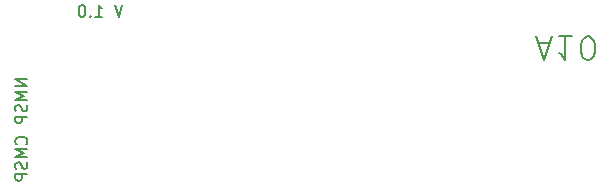
<source format=gbr>
%TF.GenerationSoftware,KiCad,Pcbnew,7.0.9*%
%TF.CreationDate,2023-12-04T06:36:33+10:00*%
%TF.ProjectId,CMSP NMSP,434d5350-204e-44d5-9350-2e6b69636164,rev?*%
%TF.SameCoordinates,Original*%
%TF.FileFunction,Legend,Bot*%
%TF.FilePolarity,Positive*%
%FSLAX46Y46*%
G04 Gerber Fmt 4.6, Leading zero omitted, Abs format (unit mm)*
G04 Created by KiCad (PCBNEW 7.0.9) date 2023-12-04 06:36:33*
%MOMM*%
%LPD*%
G01*
G04 APERTURE LIST*
%ADD10C,0.150000*%
G04 APERTURE END LIST*
D10*
X107311819Y-54692779D02*
X106311819Y-54692779D01*
X106311819Y-54692779D02*
X107311819Y-55264207D01*
X107311819Y-55264207D02*
X106311819Y-55264207D01*
X107311819Y-55740398D02*
X106311819Y-55740398D01*
X106311819Y-55740398D02*
X107026104Y-56073731D01*
X107026104Y-56073731D02*
X106311819Y-56407064D01*
X106311819Y-56407064D02*
X107311819Y-56407064D01*
X107264200Y-56835636D02*
X107311819Y-56978493D01*
X107311819Y-56978493D02*
X107311819Y-57216588D01*
X107311819Y-57216588D02*
X107264200Y-57311826D01*
X107264200Y-57311826D02*
X107216580Y-57359445D01*
X107216580Y-57359445D02*
X107121342Y-57407064D01*
X107121342Y-57407064D02*
X107026104Y-57407064D01*
X107026104Y-57407064D02*
X106930866Y-57359445D01*
X106930866Y-57359445D02*
X106883247Y-57311826D01*
X106883247Y-57311826D02*
X106835628Y-57216588D01*
X106835628Y-57216588D02*
X106788009Y-57026112D01*
X106788009Y-57026112D02*
X106740390Y-56930874D01*
X106740390Y-56930874D02*
X106692771Y-56883255D01*
X106692771Y-56883255D02*
X106597533Y-56835636D01*
X106597533Y-56835636D02*
X106502295Y-56835636D01*
X106502295Y-56835636D02*
X106407057Y-56883255D01*
X106407057Y-56883255D02*
X106359438Y-56930874D01*
X106359438Y-56930874D02*
X106311819Y-57026112D01*
X106311819Y-57026112D02*
X106311819Y-57264207D01*
X106311819Y-57264207D02*
X106359438Y-57407064D01*
X107311819Y-57835636D02*
X106311819Y-57835636D01*
X106311819Y-57835636D02*
X106311819Y-58216588D01*
X106311819Y-58216588D02*
X106359438Y-58311826D01*
X106359438Y-58311826D02*
X106407057Y-58359445D01*
X106407057Y-58359445D02*
X106502295Y-58407064D01*
X106502295Y-58407064D02*
X106645152Y-58407064D01*
X106645152Y-58407064D02*
X106740390Y-58359445D01*
X106740390Y-58359445D02*
X106788009Y-58311826D01*
X106788009Y-58311826D02*
X106835628Y-58216588D01*
X106835628Y-58216588D02*
X106835628Y-57835636D01*
X107216580Y-60168969D02*
X107264200Y-60121350D01*
X107264200Y-60121350D02*
X107311819Y-59978493D01*
X107311819Y-59978493D02*
X107311819Y-59883255D01*
X107311819Y-59883255D02*
X107264200Y-59740398D01*
X107264200Y-59740398D02*
X107168961Y-59645160D01*
X107168961Y-59645160D02*
X107073723Y-59597541D01*
X107073723Y-59597541D02*
X106883247Y-59549922D01*
X106883247Y-59549922D02*
X106740390Y-59549922D01*
X106740390Y-59549922D02*
X106549914Y-59597541D01*
X106549914Y-59597541D02*
X106454676Y-59645160D01*
X106454676Y-59645160D02*
X106359438Y-59740398D01*
X106359438Y-59740398D02*
X106311819Y-59883255D01*
X106311819Y-59883255D02*
X106311819Y-59978493D01*
X106311819Y-59978493D02*
X106359438Y-60121350D01*
X106359438Y-60121350D02*
X106407057Y-60168969D01*
X107311819Y-60597541D02*
X106311819Y-60597541D01*
X106311819Y-60597541D02*
X107026104Y-60930874D01*
X107026104Y-60930874D02*
X106311819Y-61264207D01*
X106311819Y-61264207D02*
X107311819Y-61264207D01*
X107264200Y-61692779D02*
X107311819Y-61835636D01*
X107311819Y-61835636D02*
X107311819Y-62073731D01*
X107311819Y-62073731D02*
X107264200Y-62168969D01*
X107264200Y-62168969D02*
X107216580Y-62216588D01*
X107216580Y-62216588D02*
X107121342Y-62264207D01*
X107121342Y-62264207D02*
X107026104Y-62264207D01*
X107026104Y-62264207D02*
X106930866Y-62216588D01*
X106930866Y-62216588D02*
X106883247Y-62168969D01*
X106883247Y-62168969D02*
X106835628Y-62073731D01*
X106835628Y-62073731D02*
X106788009Y-61883255D01*
X106788009Y-61883255D02*
X106740390Y-61788017D01*
X106740390Y-61788017D02*
X106692771Y-61740398D01*
X106692771Y-61740398D02*
X106597533Y-61692779D01*
X106597533Y-61692779D02*
X106502295Y-61692779D01*
X106502295Y-61692779D02*
X106407057Y-61740398D01*
X106407057Y-61740398D02*
X106359438Y-61788017D01*
X106359438Y-61788017D02*
X106311819Y-61883255D01*
X106311819Y-61883255D02*
X106311819Y-62121350D01*
X106311819Y-62121350D02*
X106359438Y-62264207D01*
X107311819Y-62692779D02*
X106311819Y-62692779D01*
X106311819Y-62692779D02*
X106311819Y-63073731D01*
X106311819Y-63073731D02*
X106359438Y-63168969D01*
X106359438Y-63168969D02*
X106407057Y-63216588D01*
X106407057Y-63216588D02*
X106502295Y-63264207D01*
X106502295Y-63264207D02*
X106645152Y-63264207D01*
X106645152Y-63264207D02*
X106740390Y-63216588D01*
X106740390Y-63216588D02*
X106788009Y-63168969D01*
X106788009Y-63168969D02*
X106835628Y-63073731D01*
X106835628Y-63073731D02*
X106835628Y-62692779D01*
X150593636Y-51623990D02*
X151546017Y-51623990D01*
X150403160Y-51052561D02*
X151069826Y-53052561D01*
X151069826Y-53052561D02*
X151736493Y-51052561D01*
X153450779Y-51052561D02*
X152307922Y-51052561D01*
X152879350Y-51052561D02*
X152879350Y-53052561D01*
X152879350Y-53052561D02*
X152688874Y-52766847D01*
X152688874Y-52766847D02*
X152498398Y-52576371D01*
X152498398Y-52576371D02*
X152307922Y-52481133D01*
X154688874Y-53052561D02*
X154879351Y-53052561D01*
X154879351Y-53052561D02*
X155069827Y-52957323D01*
X155069827Y-52957323D02*
X155165065Y-52862085D01*
X155165065Y-52862085D02*
X155260303Y-52671609D01*
X155260303Y-52671609D02*
X155355541Y-52290657D01*
X155355541Y-52290657D02*
X155355541Y-51814466D01*
X155355541Y-51814466D02*
X155260303Y-51433514D01*
X155260303Y-51433514D02*
X155165065Y-51243038D01*
X155165065Y-51243038D02*
X155069827Y-51147800D01*
X155069827Y-51147800D02*
X154879351Y-51052561D01*
X154879351Y-51052561D02*
X154688874Y-51052561D01*
X154688874Y-51052561D02*
X154498398Y-51147800D01*
X154498398Y-51147800D02*
X154403160Y-51243038D01*
X154403160Y-51243038D02*
X154307922Y-51433514D01*
X154307922Y-51433514D02*
X154212684Y-51814466D01*
X154212684Y-51814466D02*
X154212684Y-52290657D01*
X154212684Y-52290657D02*
X154307922Y-52671609D01*
X154307922Y-52671609D02*
X154403160Y-52862085D01*
X154403160Y-52862085D02*
X154498398Y-52957323D01*
X154498398Y-52957323D02*
X154688874Y-53052561D01*
X115376077Y-48399819D02*
X115042744Y-49399819D01*
X115042744Y-49399819D02*
X114709411Y-48399819D01*
X113090363Y-49399819D02*
X113661791Y-49399819D01*
X113376077Y-49399819D02*
X113376077Y-48399819D01*
X113376077Y-48399819D02*
X113471315Y-48542676D01*
X113471315Y-48542676D02*
X113566553Y-48637914D01*
X113566553Y-48637914D02*
X113661791Y-48685533D01*
X112661791Y-49304580D02*
X112614172Y-49352200D01*
X112614172Y-49352200D02*
X112661791Y-49399819D01*
X112661791Y-49399819D02*
X112709410Y-49352200D01*
X112709410Y-49352200D02*
X112661791Y-49304580D01*
X112661791Y-49304580D02*
X112661791Y-49399819D01*
X111995125Y-48399819D02*
X111899887Y-48399819D01*
X111899887Y-48399819D02*
X111804649Y-48447438D01*
X111804649Y-48447438D02*
X111757030Y-48495057D01*
X111757030Y-48495057D02*
X111709411Y-48590295D01*
X111709411Y-48590295D02*
X111661792Y-48780771D01*
X111661792Y-48780771D02*
X111661792Y-49018866D01*
X111661792Y-49018866D02*
X111709411Y-49209342D01*
X111709411Y-49209342D02*
X111757030Y-49304580D01*
X111757030Y-49304580D02*
X111804649Y-49352200D01*
X111804649Y-49352200D02*
X111899887Y-49399819D01*
X111899887Y-49399819D02*
X111995125Y-49399819D01*
X111995125Y-49399819D02*
X112090363Y-49352200D01*
X112090363Y-49352200D02*
X112137982Y-49304580D01*
X112137982Y-49304580D02*
X112185601Y-49209342D01*
X112185601Y-49209342D02*
X112233220Y-49018866D01*
X112233220Y-49018866D02*
X112233220Y-48780771D01*
X112233220Y-48780771D02*
X112185601Y-48590295D01*
X112185601Y-48590295D02*
X112137982Y-48495057D01*
X112137982Y-48495057D02*
X112090363Y-48447438D01*
X112090363Y-48447438D02*
X111995125Y-48399819D01*
M02*

</source>
